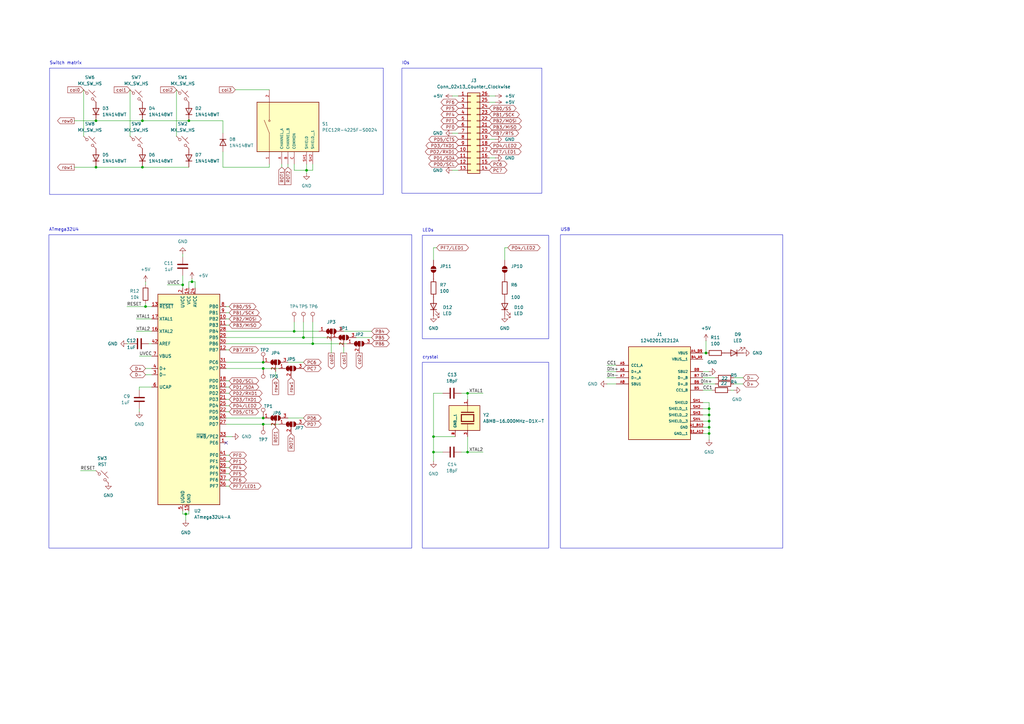
<source format=kicad_sch>
(kicad_sch (version 20250114) (generator "eeschema") (generator_version "9.0")
  (paper "A3")
  (lib_symbols
    (symbol "12402012E212A:12402012E212A" (pin_names (offset 1.016))
      (property "Reference" "J" (at -12.7 13.462 0))
      (property "Value" "12402012E212A" (at -12.7 -26.162 0))
      (symbol "12402012E212A_0_0"
        (pin bidirectional line (at -17.78 5.08 0) (length 5.08) (name "CC1_A") (number "A5"))
        (pin bidirectional line (at -17.78 2.54 0) (length 5.08) (name "D+_A") (number "A6"))
        (pin bidirectional line (at -17.78 0 0) (length 5.08) (name "D-_A") (number "A7"))
        (pin bidirectional line (at -17.78 -2.54 0) (length 5.08) (name "SBU1") (number "A8"))
        (pin power_in line (at 17.78 10.16 180) (length 5.08) (name "VBUS") (number "A4_B9"))
        (pin power_in line (at 17.78 7.62 180) (length 5.08) (name "VBUS__1") (number "B4_A9"))
        (pin bidirectional line (at 17.78 2.54 180) (length 5.08) (name "SBU2") (number "B8"))
        (pin bidirectional line (at 17.78 0 180) (length 5.08) (name "D-_B") (number "B7"))
        (pin bidirectional line (at 17.78 -2.54 180) (length 5.08) (name "D+_B") (number "B6"))
        (pin bidirectional line (at 17.78 -5.08 180) (length 5.08) (name "CC1_B") (number "B5"))
        (pin passive line (at 17.78 -10.16 180) (length 5.08) (name "SHIELD") (number "SH1"))
        (pin passive line (at 17.78 -12.7 180) (length 5.08) (name "SHIELD__1") (number "SH2"))
        (pin passive line (at 17.78 -15.24 180) (length 5.08) (name "SHIELD__2") (number "SH3"))
        (pin passive line (at 17.78 -17.78 180) (length 5.08) (name "SHIELD__3") (number "SH4"))
        (pin power_in line (at 17.78 -20.32 180) (length 5.08) (name "GND") (number "A1_B12"))
        (pin power_in line (at 17.78 -22.86 180) (length 5.08) (name "GND__1") (number "B1_A12"))
      )
    )
    (symbol "ABM8-16.000MHz-D1X-T:ABM8-16.000MHz-D1X-T" (pin_names (offset 1.016))
      (property "Reference" "Y" (at -5.0878 6.3559 0))
      (property "Value" "ABM8-16.000MHz-D1X-T" (at -5.0944 -10.16 0))
      (symbol "ABM8-16.000MHz-D1X-T_0_0"
        (pin passive line (at -7.62 0 0) (length 2.54) (name "~") (number "1"))
        (pin passive line (at 7.62 0 180) (length 2.54) (name "~") (number "3"))
        (pin power_in line (at 7.62 -5.08 180) (length 2.54) (name "GND") (number "2"))
        (pin power_in line (at 7.62 -5.08 180) (length 2.54) (name "GND__1") (number "4"))
      )
    )
    (symbol "Connector:TestPoint" (pin_numbers (hide yes)) (pin_names (offset 0.762) (hide yes))
      (property "Reference" "TP" (at 0 6.858 0))
      (property "Value" "TestPoint" (at 0 5.08 0))
      (symbol "TestPoint_1_1"
        (pin passive line (at 0 0 90) (length 2.54) (name "1") (number "1"))
      )
    )
    (symbol "Connector_Generic:Conn_02x13_Counter_Clockwise" (pin_names (offset 1.016) (hide yes))
      (property "Reference" "J" (at 1.27 17.78 0))
      (property "Value" "Conn_02x13_Counter_Clockwise" (at 1.27 -17.78 0))
      (symbol "Conn_02x13_Counter_Clockwise_1_1"
        (pin passive line (at -5.08 15.24 0) (length 3.81) (name "Pin_1") (number "1"))
        (pin passive line (at -5.08 12.7 0) (length 3.81) (name "Pin_2") (number "2"))
        (pin passive line (at -5.08 10.16 0) (length 3.81) (name "Pin_3") (number "3"))
        (pin passive line (at -5.08 7.62 0) (length 3.81) (name "Pin_4") (number "4"))
        (pin passive line (at -5.08 5.08 0) (length 3.81) (name "Pin_5") (number "5"))
        (pin passive line (at -5.08 2.54 0) (length 3.81) (name "Pin_6") (number "6"))
        (pin passive line (at -5.08 0 0) (length 3.81) (name "Pin_7") (number "7"))
        (pin passive line (at -5.08 -2.54 0) (length 3.81) (name "Pin_8") (number "8"))
        (pin passive line (at -5.08 -5.08 0) (length 3.81) (name "Pin_9") (number "9"))
        (pin passive line (at -5.08 -7.62 0) (length 3.81) (name "Pin_10") (number "10"))
        (pin passive line (at -5.08 -10.16 0) (length 3.81) (name "Pin_11") (number "11"))
        (pin passive line (at -5.08 -12.7 0) (length 3.81) (name "Pin_12") (number "12"))
        (pin passive line (at -5.08 -15.24 0) (length 3.81) (name "Pin_13") (number "13"))
        (pin passive line (at 7.62 15.24 180) (length 3.81) (name "Pin_26") (number "26"))
        (pin passive line (at 7.62 12.7 180) (length 3.81) (name "Pin_25") (number "25"))
        (pin passive line (at 7.62 10.16 180) (length 3.81) (name "Pin_24") (number "24"))
        (pin passive line (at 7.62 7.62 180) (length 3.81) (name "Pin_23") (number "23"))
        (pin passive line (at 7.62 5.08 180) (length 3.81) (name "Pin_22") (number "22"))
        (pin passive line (at 7.62 2.54 180) (length 3.81) (name "Pin_21") (number "21"))
        (pin passive line (at 7.62 0 180) (length 3.81) (name "Pin_20") (number "20"))
        (pin passive line (at 7.62 -2.54 180) (length 3.81) (name "Pin_19") (number "19"))
        (pin passive line (at 7.62 -5.08 180) (length 3.81) (name "Pin_18") (number "18"))
        (pin passive line (at 7.62 -7.62 180) (length 3.81) (name "Pin_17") (number "17"))
        (pin passive line (at 7.62 -10.16 180) (length 3.81) (name "Pin_16") (number "16"))
        (pin passive line (at 7.62 -12.7 180) (length 3.81) (name "Pin_15") (number "15"))
        (pin passive line (at 7.62 -15.24 180) (length 3.81) (name "Pin_14") (number "14"))
      )
    )
    (symbol "Device:C" (pin_numbers (hide yes)) (pin_names (offset 0.254))
      (property "Reference" "C" (at 0.635 2.54 0))
      (property "Value" "C" (at 0.635 -2.54 0))
      (symbol "C_1_1"
        (pin passive line (at 0 3.81 270) (length 2.794) (name "~") (number "1"))
        (pin passive line (at 0 -3.81 90) (length 2.794) (name "~") (number "2"))
      )
    )
    (symbol "Device:LED" (pin_numbers (hide yes)) (pin_names (offset 1.016) (hide yes))
      (property "Reference" "D" (at 0 2.54 0))
      (property "Value" "LED" (at 0 -2.54 0))
      (symbol "LED_1_1"
        (pin passive line (at -3.81 0 0) (length 2.54) (name "K") (number "1"))
        (pin passive line (at 3.81 0 180) (length 2.54) (name "A") (number "2"))
      )
    )
    (symbol "Device:R" (pin_numbers (hide yes)) (pin_names (offset 0))
      (property "Reference" "R" (at 2.032 0 90))
      (property "Value" "R" (at 0 0 90))
      (symbol "R_1_1"
        (pin passive line (at 0 3.81 270) (length 1.27) (name "~") (number "1"))
        (pin passive line (at 0 -3.81 90) (length 1.27) (name "~") (number "2"))
      )
    )
    (symbol "Diode:1N4148WT" (pin_numbers (hide yes)) (pin_names (hide yes))
      (property "Reference" "D" (at 0 2.54 0))
      (property "Value" "1N4148WT" (at 0 -2.54 0))
      (symbol "1N4148WT_1_1"
        (pin passive line (at -3.81 0 0) (length 2.54) (name "K") (number "1"))
        (pin passive line (at 3.81 0 180) (length 2.54) (name "A") (number "2"))
      )
    )
    (symbol "Jumper:SolderJumper_2_Open" (pin_numbers (hide yes)) (pin_names (offset 0) (hide yes)) (in_bom no)
      (property "Reference" "JP" (at 0 2.032 0))
      (property "Value" "SolderJumper_2_Open" (at 0 -2.54 0))
      (symbol "SolderJumper_2_Open_1_1"
        (pin passive line (at -3.81 0 0) (length 2.54) (name "A") (number "1"))
        (pin passive line (at 3.81 0 180) (length 2.54) (name "B") (number "2"))
      )
    )
    (symbol "Jumper:SolderJumper_3_Bridged12" (pin_names (offset 0) (hide yes)) (in_bom no)
      (property "Reference" "JP" (at -2.54 -2.54 0))
      (property "Value" "SolderJumper_3_Bridged12" (at 0 2.794 0))
      (symbol "SolderJumper_3_Bridged12_1_1"
        (pin passive line (at -5.08 0 0) (length 2.54) (name "A") (number "1"))
        (pin passive line (at 0 -3.81 90) (length 2.54) (name "C") (number "2"))
        (pin passive line (at 5.08 0 180) (length 2.54) (name "B") (number "3"))
      )
    )
    (symbol "MCU_Microchip_ATmega:ATmega32U4-A"
      (property "Reference" "U" (at -12.7 44.45 0))
      (property "Value" "ATmega32U4-A" (at 2.54 -44.45 0))
      (symbol "ATmega32U4-A_1_1"
        (pin input line (at -15.24 38.1 0) (length 2.54) (name "~{RESET}") (number "13"))
        (pin input line (at -15.24 33.02 0) (length 2.54) (name "XTAL1") (number "17"))
        (pin output line (at -15.24 27.94 0) (length 2.54) (name "XTAL2") (number "16"))
        (pin passive line (at -15.24 22.86 0) (length 2.54) (name "AREF") (number "42"))
        (pin input line (at -15.24 17.78 0) (length 2.54) (name "VBUS") (number "7"))
        (pin bidirectional line (at -15.24 12.7 0) (length 2.54) (name "D+") (number "4"))
        (pin bidirectional line (at -15.24 10.16 0) (length 2.54) (name "D-") (number "3"))
        (pin passive line (at -15.24 5.08 0) (length 2.54) (name "UCAP") (number "6"))
        (pin power_in line (at -2.54 45.72 270) (length 2.54) (name "UVCC") (number "2"))
        (pin passive line (at -2.54 -45.72 90) (length 2.54) (name "UGND") (number "5"))
        (pin power_in line (at 0 45.72 270) (length 2.54) (name "VCC") (number "14"))
        (pin passive line (at 0 45.72 270) (length 2.54) (hide yes) (name "VCC") (number "34"))
        (pin power_in line (at 0 -45.72 90) (length 2.54) (name "GND") (number "15"))
        (pin passive line (at 0 -45.72 90) (length 2.54) (hide yes) (name "GND") (number "23"))
        (pin passive line (at 0 -45.72 90) (length 2.54) (hide yes) (name "GND") (number "35"))
        (pin passive line (at 0 -45.72 90) (length 2.54) (hide yes) (name "GND") (number "43"))
        (pin power_in line (at 2.54 45.72 270) (length 2.54) (name "AVCC") (number "24"))
        (pin passive line (at 2.54 45.72 270) (length 2.54) (hide yes) (name "AVCC") (number "44"))
        (pin bidirectional line (at 15.24 38.1 180) (length 2.54) (name "PB0") (number "8"))
        (pin bidirectional line (at 15.24 35.56 180) (length 2.54) (name "PB1") (number "9"))
        (pin bidirectional line (at 15.24 33.02 180) (length 2.54) (name "PB2") (number "10"))
        (pin bidirectional line (at 15.24 30.48 180) (length 2.54) (name "PB3") (number "11"))
        (pin bidirectional line (at 15.24 27.94 180) (length 2.54) (name "PB4") (number "28"))
        (pin bidirectional line (at 15.24 25.4 180) (length 2.54) (name "PB5") (number "29"))
        (pin bidirectional line (at 15.24 22.86 180) (length 2.54) (name "PB6") (number "30"))
        (pin bidirectional line (at 15.24 20.32 180) (length 2.54) (name "PB7") (number "12"))
        (pin bidirectional line (at 15.24 15.24 180) (length 2.54) (name "PC6") (number "31"))
        (pin bidirectional line (at 15.24 12.7 180) (length 2.54) (name "PC7") (number "32"))
        (pin bidirectional line (at 15.24 7.62 180) (length 2.54) (name "PD0") (number "18"))
        (pin bidirectional line (at 15.24 5.08 180) (length 2.54) (name "PD1") (number "19"))
        (pin bidirectional line (at 15.24 2.54 180) (length 2.54) (name "PD2") (number "20"))
        (pin bidirectional line (at 15.24 0 180) (length 2.54) (name "PD3") (number "21"))
        (pin bidirectional line (at 15.24 -2.54 180) (length 2.54) (name "PD4") (number "25"))
        (pin bidirectional line (at 15.24 -5.08 180) (length 2.54) (name "PD5") (number "22"))
        (pin bidirectional line (at 15.24 -7.62 180) (length 2.54) (name "PD6") (number "26"))
        (pin bidirectional line (at 15.24 -10.16 180) (length 2.54) (name "PD7") (number "27"))
        (pin bidirectional line (at 15.24 -15.24 180) (length 2.54) (name "~{HWB}/PE2") (number "33"))
        (pin bidirectional line (at 15.24 -17.78 180) (length 2.54) (name "PE6") (number "1"))
        (pin bidirectional line (at 15.24 -22.86 180) (length 2.54) (name "PF0") (number "41"))
        (pin bidirectional line (at 15.24 -25.4 180) (length 2.54) (name "PF1") (number "40"))
        (pin bidirectional line (at 15.24 -27.94 180) (length 2.54) (name "PF4") (number "39"))
        (pin bidirectional line (at 15.24 -30.48 180) (length 2.54) (name "PF5") (number "38"))
        (pin bidirectional line (at 15.24 -33.02 180) (length 2.54) (name "PF6") (number "37"))
        (pin bidirectional line (at 15.24 -35.56 180) (length 2.54) (name "PF7") (number "36"))
      )
    )
    (symbol "PCM_marbastlib-mx:MX_SW_HS" (pin_numbers (hide yes)) (pin_names (offset 1.016) (hide yes))
      (property "Reference" "MX" (at 3.048 1.016 0))
      (property "Value" "MX_SW_HS" (at 0 -3.81 0))
      (symbol "MX_SW_HS_0_1"
        (pin passive line (at -2.54 2.54 0) (length 0) (name "1") (number "1"))
        (pin passive line (at 2.54 -2.54 180) (length 0) (name "2") (number "2"))
      )
    )
    (symbol "PEC12R-4225F-S0024:PEC12R-4225F-S0024" (pin_names (offset 1.016))
      (property "Reference" "S" (at -10.16 10.795 0))
      (property "Value" "PEC12R-4225F-S0024" (at -10.16 -17.78 0))
      (symbol "PEC12R-4225F-S0024_0_0"
        (pin passive line (at -15.24 5.08 0) (length 5.08) (name "~") (number "1"))
        (pin passive line (at -15.24 0 0) (length 5.08) (name "CHANNEL_A") (number "A"))
        (pin passive line (at -15.24 -2.54 0) (length 5.08) (name "CHANNEL_B") (number "B"))
        (pin passive line (at -15.24 -5.08 0) (length 5.08) (name "COMMON") (number "C"))
        (pin passive line (at -15.24 -10.16 0) (length 5.08) (name "SHIELD") (number "SH1"))
        (pin passive line (at -15.24 -12.7 0) (length 5.08) (name "SHIELD__1") (number "SH2"))
        (pin passive line (at 15.24 5.08 180) (length 5.08) (name "~") (number "2"))
      )
    )
    (symbol "Switch:SW_Push_45deg" (pin_numbers (hide yes)) (pin_names (offset 1.016) (hide yes))
      (property "Reference" "SW" (at 3.048 1.016 0))
      (property "Value" "SW_Push_45deg" (at 0 -3.81 0))
      (symbol "SW_Push_45deg_0_1"
        (pin passive line (at -2.54 2.54 0) (length 0) (name "1") (number "1"))
        (pin passive line (at 2.54 -2.54 180) (length 0) (name "2") (number "2"))
      )
    )
    (symbol "power:+5V" (power) (pin_numbers (hide yes)) (pin_names (offset 0) (hide yes))
      (property "Value" "+5V" (at 0 3.556 0))
      (symbol "+5V_1_1"
        (pin power_in line (at 0 0 90) (length 0) (name "~") (number "1"))
      )
    )
    (symbol "power:GND" (power) (pin_numbers (hide yes)) (pin_names (offset 0) (hide yes))
      (property "Value" "GND" (at 0 -3.81 0))
      (symbol "GND_1_1"
        (pin power_in line (at 0 0 270) (length 0) (name "~") (number "1"))
      )
    )
  )
  (rectangle (start 164.846 27.94) (end 222.25 79.248))
  (rectangle (start 173.228 96.52) (end 225.044 138.938))
  (rectangle (start 20.32 27.94) (end 157.226 79.756))
  (rectangle (start 20.066 96.266) (end 168.91 224.79))
  (rectangle (start 229.87 96.266) (end 321.056 224.79))
  (rectangle (start 173.228 148.59) (end 225.044 224.79))
  (text "LEDs\n" (at 173.228 95.25 0) (effects (font (size 1.27 1.27)) (justify left bottom)))
  (text "USB\n" (at 229.87 94.996 0) (effects (font (size 1.27 1.27)) (justify left bottom)))
  (text "ATmega32U4\n" (at 20.066 94.996 0) (effects (font (size 1.27 1.27)) (justify left bottom)))
  (text "Switch matrix" (at 20.32 26.67 0) (effects (font (size 1.27 1.27)) (justify left bottom)))
  (text "IOs\n" (at 164.846 26.67 0) (effects (font (size 1.27 1.27)) (justify left bottom)))
  (text "crystal" (at 173.228 147.32 0) (effects (font (size 1.27 1.27)) (justify left bottom)))
  (junction (at 290.83 177.8))
  (junction (at 76.2 210.82))
  (junction (at 59.69 125.73))
  (junction (at 58.42 49.53))
  (junction (at 125.73 69.85))
  (junction (at 77.47 49.53))
  (junction (at 78.74 115.57))
  (junction (at 191.77 161.29))
  (junction (at 58.42 68.58))
  (junction (at 191.77 185.42))
  (junction (at 120.65 135.89))
  (junction (at 290.83 172.72))
  (junction (at 289.56 144.78))
  (junction (at 290.83 167.64))
  (junction (at 107.95 151.13))
  (junction (at 177.8 185.42))
  (junction (at 124.46 138.43))
  (junction (at 107.95 173.99))
  (junction (at 107.95 148.59))
  (junction (at 290.83 175.26))
  (junction (at 128.27 140.97))
  (junction (at 290.83 170.18))
  (junction (at 74.93 116.84))
  (junction (at 177.8 179.07))
  (junction (at 107.95 171.45))
  (junction (at 39.37 49.53))
  (junction (at 39.37 68.58))
  (no_connect (at 92.71 181.61))
  (wire (pts (xy 120.65 69.85) (xy 125.73 69.85)))
  (wire (pts (xy 120.65 135.89) (xy 130.81 135.89)))
  (wire (pts (xy 288.29 154.94) (xy 293.37 154.94)))
  (wire (pts (xy 93.98 158.75) (xy 92.71 158.75)))
  (wire (pts (xy 59.69 153.67) (xy 62.23 153.67)))
  (wire (pts (xy 55.88 130.81) (xy 62.23 130.81)))
  (wire (pts (xy 288.29 157.48) (xy 293.37 157.48)))
  (wire (pts (xy 34.29 36.83) (xy 34.29 55.88)))
  (wire (pts (xy 181.61 185.42) (xy 177.8 185.42)))
  (wire (pts (xy 92.71 133.35) (xy 93.98 133.35)))
  (wire (pts (xy 92.71 151.13) (xy 107.95 151.13)))
  (wire (pts (xy 92.71 130.81) (xy 93.98 130.81)))
  (wire (pts (xy 80.01 118.11) (xy 80.01 115.57)))
  (wire (pts (xy 118.11 171.45) (xy 124.46 171.45)))
  (wire (pts (xy 92.71 138.43) (xy 124.46 138.43)))
  (wire (pts (xy 290.83 177.8) (xy 290.83 180.34)))
  (wire (pts (xy 292.1 160.02) (xy 288.29 160.02)))
  (wire (pts (xy 92.71 191.77) (xy 93.98 191.77)))
  (wire (pts (xy 114.3 151.13) (xy 107.95 151.13)))
  (wire (pts (xy 92.71 148.59) (xy 107.95 148.59)))
  (wire (pts (xy 288.29 172.72) (xy 290.83 172.72)))
  (wire (pts (xy 30.48 49.53) (xy 39.37 49.53)))
  (wire (pts (xy 92.71 168.91) (xy 93.98 168.91)))
  (wire (pts (xy 288.29 165.1) (xy 290.83 165.1)))
  (wire (pts (xy 77.47 209.55) (xy 77.47 210.82)))
  (wire (pts (xy 74.93 209.55) (xy 74.93 210.82)))
  (wire (pts (xy 128.27 67.31) (xy 128.27 69.85)))
  (wire (pts (xy 92.71 128.27) (xy 93.98 128.27)))
  (wire (pts (xy 57.15 160.02) (xy 57.15 158.75)))
  (wire (pts (xy 57.15 167.64) (xy 57.15 168.91)))
  (wire (pts (xy 118.11 67.31) (xy 118.11 68.58)))
  (wire (pts (xy 177.8 179.07) (xy 177.8 185.42)))
  (wire (pts (xy 92.71 179.07) (xy 95.25 179.07)))
  (wire (pts (xy 177.8 161.29) (xy 181.61 161.29)))
  (wire (pts (xy 78.74 115.57) (xy 77.47 115.57)))
  (wire (pts (xy 74.93 104.14) (xy 74.93 105.41)))
  (wire (pts (xy 191.77 161.29) (xy 191.77 163.83)))
  (wire (pts (xy 289.56 139.7) (xy 289.56 144.78)))
  (wire (pts (xy 52.07 125.73) (xy 59.69 125.73)))
  (wire (pts (xy 177.8 179.07) (xy 186.69 179.07)))
  (wire (pts (xy 74.93 113.03) (xy 74.93 116.84)))
  (wire (pts (xy 92.71 166.37) (xy 93.98 166.37)))
  (wire (pts (xy 59.69 115.57) (xy 59.69 116.84)))
  (wire (pts (xy 77.47 115.57) (xy 77.47 118.11)))
  (wire (pts (xy 74.93 210.82) (xy 76.2 210.82)))
  (wire (pts (xy 107.95 173.99) (xy 114.3 173.99)))
  (wire (pts (xy 189.23 161.29) (xy 191.77 161.29)))
  (wire (pts (xy 92.71 125.73) (xy 93.98 125.73)))
  (wire (pts (xy 80.01 115.57) (xy 78.74 115.57)))
  (wire (pts (xy 30.48 68.58) (xy 39.37 68.58)))
  (wire (pts (xy 59.69 125.73) (xy 62.23 125.73)))
  (wire (pts (xy 92.71 199.39) (xy 93.98 199.39)))
  (wire (pts (xy 146.05 138.43) (xy 152.4 138.43)))
  (wire (pts (xy 57.15 146.05) (xy 62.23 146.05)))
  (wire (pts (xy 113.03 152.4) (xy 113.03 154.94)))
  (wire (pts (xy 92.71 161.29) (xy 93.98 161.29)))
  (wire (pts (xy 207.01 101.6) (xy 208.28 101.6)))
  (wire (pts (xy 92.71 140.97) (xy 128.27 140.97)))
  (wire (pts (xy 92.71 196.85) (xy 93.98 196.85)))
  (wire (pts (xy 177.8 185.42) (xy 177.8 189.23)))
  (wire (pts (xy 92.71 135.89) (xy 120.65 135.89)))
  (wire (pts (xy 198.12 161.29) (xy 191.77 161.29)))
  (wire (pts (xy 290.83 172.72) (xy 290.83 175.26)))
  (wire (pts (xy 125.73 67.31) (xy 125.73 69.85)))
  (wire (pts (xy 92.71 194.31) (xy 93.98 194.31)))
  (wire (pts (xy 191.77 179.07) (xy 191.77 185.42)))
  (wire (pts (xy 200.66 64.77) (xy 203.2 64.77)))
  (wire (pts (xy 290.83 167.64) (xy 290.83 170.18)))
  (wire (pts (xy 125.73 71.12) (xy 125.73 69.85)))
  (wire (pts (xy 288.29 175.26) (xy 290.83 175.26)))
  (wire (pts (xy 92.71 189.23) (xy 93.98 189.23)))
  (wire (pts (xy 96.52 36.83) (xy 110.49 36.83)))
  (wire (pts (xy 58.42 68.58) (xy 77.47 68.58)))
  (wire (pts (xy 300.99 160.02) (xy 299.72 160.02)))
  (wire (pts (xy 92.71 156.21) (xy 93.98 156.21)))
  (wire (pts (xy 55.88 135.89) (xy 62.23 135.89)))
  (wire (pts (xy 59.69 151.13) (xy 62.23 151.13)))
  (wire (pts (xy 185.42 54.61) (xy 187.96 54.61)))
  (wire (pts (xy 76.2 210.82) (xy 76.2 213.36)))
  (wire (pts (xy 290.83 175.26) (xy 290.83 177.8)))
  (wire (pts (xy 92.71 171.45) (xy 107.95 171.45)))
  (wire (pts (xy 191.77 185.42) (xy 189.23 185.42)))
  (wire (pts (xy 39.37 49.53) (xy 58.42 49.53)))
  (wire (pts (xy 33.02 193.04) (xy 39.37 193.04)))
  (wire (pts (xy 290.83 170.18) (xy 290.83 172.72)))
  (wire (pts (xy 248.92 149.86) (xy 252.73 149.86)))
  (wire (pts (xy 128.27 69.85) (xy 125.73 69.85)))
  (wire (pts (xy 203.2 39.37) (xy 200.66 39.37)))
  (wire (pts (xy 74.93 116.84) (xy 74.93 118.11)))
  (wire (pts (xy 288.29 152.4) (xy 290.83 152.4)))
  (wire (pts (xy 200.66 57.15) (xy 203.2 57.15)))
  (wire (pts (xy 115.57 68.58) (xy 115.57 67.31)))
  (wire (pts (xy 304.8 154.94) (xy 300.99 154.94)))
  (wire (pts (xy 288.29 177.8) (xy 290.83 177.8)))
  (wire (pts (xy 120.65 132.08) (xy 120.65 135.89)))
  (wire (pts (xy 207.01 101.6) (xy 207.01 106.68)))
  (wire (pts (xy 177.8 101.6) (xy 179.07 101.6)))
  (wire (pts (xy 92.71 173.99) (xy 107.95 173.99)))
  (wire (pts (xy 120.65 67.31) (xy 120.65 69.85)))
  (wire (pts (xy 92.71 163.83) (xy 93.98 163.83)))
  (wire (pts (xy 135.89 139.7) (xy 135.89 144.78)))
  (wire (pts (xy 191.77 185.42) (xy 198.12 185.42)))
  (wire (pts (xy 177.8 161.29) (xy 177.8 179.07)))
  (wire (pts (xy 57.15 158.75) (xy 62.23 158.75)))
  (wire (pts (xy 124.46 138.43) (xy 135.89 138.43)))
  (wire (pts (xy 248.92 157.48) (xy 252.73 157.48)))
  (wire (pts (xy 185.42 39.37) (xy 187.96 39.37)))
  (wire (pts (xy 72.39 36.83) (xy 72.39 55.88)))
  (wire (pts (xy 124.46 148.59) (xy 118.11 148.59)))
  (wire (pts (xy 304.8 157.48) (xy 300.99 157.48)))
  (wire (pts (xy 203.2 41.91) (xy 200.66 41.91)))
  (wire (pts (xy 78.74 114.3) (xy 78.74 115.57)))
  (wire (pts (xy 53.34 36.83) (xy 53.34 55.88)))
  (wire (pts (xy 92.71 186.69) (xy 93.98 186.69)))
  (wire (pts (xy 91.44 62.23) (xy 91.44 68.58)))
  (wire (pts (xy 140.97 135.89) (xy 152.4 135.89)))
  (wire (pts (xy 59.69 124.46) (xy 59.69 125.73)))
  (wire (pts (xy 91.44 49.53) (xy 91.44 54.61)))
  (wire (pts (xy 128.27 140.97) (xy 142.24 140.97)))
  (wire (pts (xy 91.44 49.53) (xy 77.47 49.53)))
  (wire (pts (xy 177.8 101.6) (xy 177.8 106.68)))
  (wire (pts (xy 92.71 143.51) (xy 93.98 143.51)))
  (wire (pts (xy 68.58 116.84) (xy 74.93 116.84)))
  (wire (pts (xy 248.92 152.4) (xy 252.73 152.4)))
  (wire (pts (xy 248.92 154.94) (xy 252.73 154.94)))
  (wire (pts (xy 110.49 68.58) (xy 110.49 67.31)))
  (wire (pts (xy 60.96 140.97) (xy 62.23 140.97)))
  (wire (pts (xy 185.42 69.85) (xy 187.96 69.85)))
  (wire (pts (xy 140.97 142.24) (xy 140.97 144.78)))
  (wire (pts (xy 91.44 68.58) (xy 110.49 68.58)))
  (wire (pts (xy 289.56 144.78) (xy 288.29 144.78)))
  (wire (pts (xy 39.37 68.58) (xy 58.42 68.58)))
  (wire (pts (xy 288.29 167.64) (xy 290.83 167.64)))
  (wire (pts (xy 288.29 170.18) (xy 290.83 170.18)))
  (wire (pts (xy 52.07 140.97) (xy 53.34 140.97)))
  (wire (pts (xy 290.83 165.1) (xy 290.83 167.64)))
  (wire (pts (xy 128.27 132.08) (xy 128.27 140.97)))
  (wire (pts (xy 77.47 210.82) (xy 76.2 210.82)))
  (wire (pts (xy 58.42 49.53) (xy 77.47 49.53)))
  (wire (pts (xy 124.46 132.08) (xy 124.46 138.43)))
  (label "UVCC" (at 68.58 116.84 0))
  (label "XTAL2" (at 55.88 135.89 0))
  (label "Din-" (at 248.92 154.94 0))
  (label "RESET" (at 52.07 125.73 0))
  (label "CC1" (at 248.92 149.86 0))
  (label "RESET" (at 33.02 193.04 0))
  (label "UVCC" (at 57.15 146.05 0))
  (label "Din+" (at 292.1 157.48 180))
  (label "CC1" (at 288.29 160.02 0))
  (label "XTAL1" (at 198.12 161.29 180))
  (label "XTAL1" (at 55.88 130.81 0))
  (label "Din+" (at 248.92 152.4 0))
  (label "XTAL2" (at 198.12 185.42 180))
  (label "Din-" (at 292.1 154.94 180))
  (global_label "PC6" (shape bidirectional) (at 124.46 148.59 0) (property "Intersheetrefs" "${INTERSHEET_REFS}" (effects (hide yes))))
  (global_label "ROT1" (shape input) (at 113.03 175.26 270) (property "Intersheetrefs" "${INTERSHEET_REFS}" (effects (hide yes))))
  (global_label "PB6" (shape bidirectional) (at 152.4 140.97 0) (property "Intersheetrefs" "${INTERSHEET_REFS}" (effects (hide yes))))
  (global_label "col2" (shape output) (at 147.32 144.78 270) (property "Intersheetrefs" "${INTERSHEET_REFS}" (effects (hide yes))))
  (global_label "PD1{slash}SDA" (shape bidirectional) (at 93.98 158.75 0) (property "Intersheetrefs" "${INTERSHEET_REFS}" (effects (hide yes))))
  (global_label "PF7{slash}LED1" (shape bidirectional) (at 179.07 101.6 0) (property "Intersheetrefs" "${INTERSHEET_REFS}" (effects (hide yes))))
  (global_label "col0" (shape output) (at 135.89 144.78 270) (property "Intersheetrefs" "${INTERSHEET_REFS}" (effects (hide yes))))
  (global_label "PF6" (shape bidirectional) (at 93.98 196.85 0) (property "Intersheetrefs" "${INTERSHEET_REFS}" (effects (hide yes))))
  (global_label "col2" (shape input) (at 72.39 36.83 180) (property "Intersheetrefs" "${INTERSHEET_REFS}" (effects (hide yes))))
  (global_label "col1" (shape input) (at 53.34 36.83 180) (property "Intersheetrefs" "${INTERSHEET_REFS}" (effects (hide yes))))
  (global_label "PD4{slash}LED2" (shape bidirectional) (at 208.28 101.6 0) (property "Intersheetrefs" "${INTERSHEET_REFS}" (effects (hide yes))))
  (global_label "PF1" (shape bidirectional) (at 187.96 49.53 180) (property "Intersheetrefs" "${INTERSHEET_REFS}" (effects (hide yes))))
  (global_label "PB7{slash}RTS" (shape bidirectional) (at 93.98 143.51 0) (property "Intersheetrefs" "${INTERSHEET_REFS}" (effects (hide yes))))
  (global_label "PB5" (shape bidirectional) (at 152.4 138.43 0) (property "Intersheetrefs" "${INTERSHEET_REFS}" (effects (hide yes))))
  (global_label "PB2{slash}MOSI" (shape bidirectional) (at 93.98 130.81 0) (property "Intersheetrefs" "${INTERSHEET_REFS}" (effects (hide yes))))
  (global_label "PC6" (shape bidirectional) (at 200.66 67.31 0) (property "Intersheetrefs" "${INTERSHEET_REFS}" (effects (hide yes))))
  (global_label "PD2{slash}RXD1" (shape bidirectional) (at 93.98 161.29 0) (property "Intersheetrefs" "${INTERSHEET_REFS}" (effects (hide yes))))
  (global_label "PF6" (shape bidirectional) (at 187.96 41.91 180) (property "Intersheetrefs" "${INTERSHEET_REFS}" (effects (hide yes))))
  (global_label "PF7{slash}LED1" (shape bidirectional) (at 200.66 62.23 0) (property "Intersheetrefs" "${INTERSHEET_REFS}" (effects (hide yes))))
  (global_label "D+" (shape bidirectional) (at 304.8 157.48 0) (property "Intersheetrefs" "${INTERSHEET_REFS}" (effects (hide yes))))
  (global_label "row0" (shape output) (at 30.48 49.53 180) (property "Intersheetrefs" "${INTERSHEET_REFS}" (effects (hide yes))))
  (global_label "row0" (shape input) (at 113.03 154.94 270) (property "Intersheetrefs" "${INTERSHEET_REFS}" (effects (hide yes))))
  (global_label "col0" (shape input) (at 34.29 36.83 180) (property "Intersheetrefs" "${INTERSHEET_REFS}" (effects (hide yes))))
  (global_label "D-" (shape bidirectional) (at 59.69 153.67 180) (property "Intersheetrefs" "${INTERSHEET_REFS}" (effects (hide yes))))
  (global_label "PF5" (shape bidirectional) (at 187.96 44.45 180) (property "Intersheetrefs" "${INTERSHEET_REFS}" (effects (hide yes))))
  (global_label "PC7" (shape bidirectional) (at 200.66 69.85 0) (property "Intersheetrefs" "${INTERSHEET_REFS}" (effects (hide yes))))
  (global_label "PB1{slash}SCK" (shape bidirectional) (at 200.66 46.99 0) (property "Intersheetrefs" "${INTERSHEET_REFS}" (effects (hide yes))))
  (global_label "D-" (shape bidirectional) (at 304.8 154.94 0) (property "Intersheetrefs" "${INTERSHEET_REFS}" (effects (hide yes))))
  (global_label "col1" (shape output) (at 140.97 144.78 270) (property "Intersheetrefs" "${INTERSHEET_REFS}" (effects (hide yes))))
  (global_label "col3" (shape input) (at 96.52 36.83 180) (property "Intersheetrefs" "${INTERSHEET_REFS}" (effects (hide yes))))
  (global_label "PF7{slash}LED1" (shape bidirectional) (at 93.98 199.39 0) (property "Intersheetrefs" "${INTERSHEET_REFS}" (effects (hide yes))))
  (global_label "PB3{slash}MISO" (shape bidirectional) (at 200.66 52.07 0) (property "Intersheetrefs" "${INTERSHEET_REFS}" (effects (hide yes))))
  (global_label "PD0{slash}SCL" (shape bidirectional) (at 93.98 156.21 0) (property "Intersheetrefs" "${INTERSHEET_REFS}" (effects (hide yes))))
  (global_label "PD4{slash}LED2" (shape bidirectional) (at 93.98 166.37 0) (property "Intersheetrefs" "${INTERSHEET_REFS}" (effects (hide yes))))
  (global_label "PB0{slash}SS" (shape bidirectional) (at 200.66 44.45 0) (property "Intersheetrefs" "${INTERSHEET_REFS}" (effects (hide yes))))
  (global_label "PD6" (shape bidirectional) (at 124.46 171.45 0) (property "Intersheetrefs" "${INTERSHEET_REFS}" (effects (hide yes))))
  (global_label "PF4" (shape bidirectional) (at 187.96 46.99 180) (property "Intersheetrefs" "${INTERSHEET_REFS}" (effects (hide yes))))
  (global_label "ROT2" (shape input) (at 119.38 177.8 270) (property "Intersheetrefs" "${INTERSHEET_REFS}" (effects (hide yes))))
  (global_label "PF5" (shape bidirectional) (at 93.98 194.31 0) (property "Intersheetrefs" "${INTERSHEET_REFS}" (effects (hide yes))))
  (global_label "PF0" (shape bidirectional) (at 93.98 186.69 0) (property "Intersheetrefs" "${INTERSHEET_REFS}" (effects (hide yes))))
  (global_label "D+" (shape bidirectional) (at 59.69 151.13 180) (property "Intersheetrefs" "${INTERSHEET_REFS}" (effects (hide yes))))
  (global_label "PD0{slash}SCL" (shape bidirectional) (at 187.96 67.31 180) (property "Intersheetrefs" "${INTERSHEET_REFS}" (effects (hide yes))))
  (global_label "PD3{slash}TXD1" (shape bidirectional) (at 187.96 59.69 180) (property "Intersheetrefs" "${INTERSHEET_REFS}" (effects (hide yes))))
  (global_label "PD1{slash}SDA" (shape bidirectional) (at 187.96 64.77 180) (property "Intersheetrefs" "${INTERSHEET_REFS}" (effects (hide yes))))
  (global_label "ROT2" (shape input) (at 118.11 68.58 270) (property "Intersheetrefs" "${INTERSHEET_REFS}" (effects (hide yes))))
  (global_label "row1" (shape input) (at 119.38 154.94 270) (property "Intersheetrefs" "${INTERSHEET_REFS}" (effects (hide yes))))
  (global_label "PD5{slash}CTS" (shape bidirectional) (at 93.98 168.91 0) (property "Intersheetrefs" "${INTERSHEET_REFS}" (effects (hide yes))))
  (global_label "PB0{slash}SS" (shape bidirectional) (at 93.98 125.73 0) (property "Intersheetrefs" "${INTERSHEET_REFS}" (effects (hide yes))))
  (global_label "PB3{slash}MISO" (shape bidirectional) (at 93.98 133.35 0) (property "Intersheetrefs" "${INTERSHEET_REFS}" (effects (hide yes))))
  (global_label "PD5{slash}CTS" (shape bidirectional) (at 187.96 57.15 180) (property "Intersheetrefs" "${INTERSHEET_REFS}" (effects (hide yes))))
  (global_label "row1" (shape output) (at 30.48 68.58 180) (property "Intersheetrefs" "${INTERSHEET_REFS}" (effects (hide yes))))
  (global_label "PD2{slash}RXD1" (shape bidirectional) (at 187.96 62.23 180) (property "Intersheetrefs" "${INTERSHEET_REFS}" (effects (hide yes))))
  (global_label "PF1" (shape bidirectional) (at 93.98 189.23 0) (property "Intersheetrefs" "${INTERSHEET_REFS}" (effects (hide yes))))
  (global_label "PB7{slash}RTS" (shape bidirectional) (at 200.66 54.61 0) (property "Intersheetrefs" "${INTERSHEET_REFS}" (effects (hide yes))))
  (global_label "PC7" (shape bidirectional) (at 124.46 151.13 0) (property "Intersheetrefs" "${INTERSHEET_REFS}" (effects (hide yes))))
  (global_label "PD4{slash}LED2" (shape bidirectional) (at 200.66 59.69 0) (property "Intersheetrefs" "${INTERSHEET_REFS}" (effects (hide yes))))
  (global_label "PB1{slash}SCK" (shape bidirectional) (at 93.98 128.27 0) (property "Intersheetrefs" "${INTERSHEET_REFS}" (effects (hide yes))))
  (global_label "PB2{slash}MOSI" (shape bidirectional) (at 200.66 49.53 0) (property "Intersheetrefs" "${INTERSHEET_REFS}" (effects (hide yes))))
  (global_label "PF0" (shape bidirectional) (at 187.96 52.07 180) (property "Intersheetrefs" "${INTERSHEET_REFS}" (effects (hide yes))))
  (global_label "PF4" (shape bidirectional) (at 93.98 191.77 0) (property "Intersheetrefs" "${INTERSHEET_REFS}" (effects (hide yes))))
  (global_label "PB4" (shape bidirectional) (at 152.4 135.89 0) (property "Intersheetrefs" "${INTERSHEET_REFS}" (effects (hide yes))))
  (global_label "ROT1" (shape input) (at 115.57 68.58 270) (property "Intersheetrefs" "${INTERSHEET_REFS}" (effects (hide yes))))
  (global_label "PD3{slash}TXD1" (shape bidirectional) (at 93.98 163.83 0) (property "Intersheetrefs" "${INTERSHEET_REFS}" (effects (hide yes))))
  (global_label "PD7" (shape bidirectional) (at 124.46 173.99 0) (property "Intersheetrefs" "${INTERSHEET_REFS}" (effects (hide yes))))
  (symbol (lib_id "Jumper:SolderJumper_2_Open") (at 207.01 110.49 90) (unit 1) (in_bom no)
    (property "Reference" "JP10" (at 209.55 109.2199 90) (effects (justify right)))
    (property "Value" "SolderJumper_2_Open" (effects (hide yes)))
    (property "Footprint" "Jumper:SolderJumper-2_P1.3mm_Open_RoundedPad1.0x1.5mm" (effects (hide yes)))
    (property "Description" "Solder Jumper, 2-pole, open" (effects (hide yes)))
  )
  (symbol (lib_id "PEC12R-4225F-S0024:PEC12R-4225F-S0024") (at 115.57 52.07 90) (unit 1)
    (property "Reference" "S1" (at 132.08 50.7999 90) (effects (justify right)))
    (property "Value" "PEC12R-4225F-S0024" (at 132.08 53.3399 90) (effects (justify right)))
    (property "Footprint" "PEC12R_4225F_S0024:XDCR_PEC12R-4225F-S0024" (effects (hide yes)))
    (property "PARTREV" "07/21" (effects (hide yes)))
    (property "MANUFACTURER" "Bourns" (effects (hide yes)))
    (property "MAXIMUM_PACKAGE_HEIGHT" "20.5mm" (effects (hide yes)))
    (property "STANDARD" "Manufacturer recommendations" (effects (hide yes)))
  )
  (symbol (lib_id "power:+5V") (at 289.56 139.7 0) (unit 1)
    (property "Reference" "#PWR025" (effects (hide yes)))
    (property "Value" "+5V" (at 289.56 134.62 0))
    (property "Description" "Power symbol creates a global label with name \"+5V\"" (effects (hide yes)))
  )
  (symbol (lib_id "Device:R") (at 293.37 144.78 90) (unit 1)
    (property "Reference" "R11" (at 293.37 138.43 90))
    (property "Value" "100" (at 293.37 140.97 90))
    (property "Footprint" "Resistor_SMD:R_0805_2012Metric_Pad1.20x1.40mm_HandSolder" (effects (hide yes)))
    (property "Description" "Resistor" (effects (hide yes)))
  )
  (symbol (lib_id "Device:R") (at 177.8 118.11 180) (unit 1)
    (property "Reference" "R7" (at 180.34 116.8399 0) (effects (justify right)))
    (property "Value" "100" (at 180.34 119.3799 0) (effects (justify right)))
    (property "Footprint" "Resistor_SMD:R_0805_2012Metric_Pad1.20x1.40mm_HandSolder" (effects (hide yes)))
    (property "Description" "Resistor" (effects (hide yes)))
  )
  (symbol (lib_id "Device:LED") (at 207.01 125.73 90) (unit 1)
    (property "Reference" "D10" (at 210.82 126.0474 90) (effects (justify right)))
    (property "Value" "LED" (at 210.82 128.5874 90) (effects (justify right)))
    (property "Footprint" "LED_SMD:LED_0603_1608Metric_Pad1.05x0.95mm_HandSolder" (effects (hide yes)))
    (property "Description" "Light emitting diode" (effects (hide yes)))
    (property "Sim.Pins" "1=K 2=A" (effects (hide yes)))
  )
  (symbol (lib_id "Connector:TestPoint") (at 107.95 171.45 0) (unit 1)
    (property "Reference" "TP1" (at 108.204 166.624 0) (effects (justify left)))
    (property "Value" "TestPoint" (effects (hide yes)))
    (property "Footprint" "Connector_PinHeader_2.54mm:PinHeader_1x01_P2.54mm_Vertical" (effects (hide yes)))
    (property "Description" "test point" (effects (hide yes)))
  )
  (symbol (lib_id "Jumper:SolderJumper_3_Bridged12") (at 113.03 171.45 0) (unit 1) (in_bom no)
    (property "Reference" "JP6" (at 113.538 169.418 0))
    (property "Value" "SolderJumper_3_Bridged12" (effects (hide yes)))
    (property "Footprint" "Jumper:SolderJumper-3_P1.3mm_Bridged12_RoundedPad1.0x1.5mm_NumberLabels" (effects (hide yes)))
    (property "Description" "3-pole Solder Jumper, pins 1+2 closed/bridged" (effects (hide yes)))
  )
  (symbol (lib_id "Device:LED") (at 177.8 125.73 90) (unit 1)
    (property "Reference" "D12" (at 181.61 126.0474 90) (effects (justify right)))
    (property "Value" "LED" (at 181.61 128.5874 90) (effects (justify right)))
    (property "Footprint" "LED_SMD:LED_0603_1608Metric_Pad1.05x0.95mm_HandSolder" (effects (hide yes)))
    (property "Description" "Light emitting diode" (effects (hide yes)))
    (property "Sim.Pins" "1=K 2=A" (effects (hide yes)))
  )
  (symbol (lib_id "Connector:TestPoint") (at 128.27 132.08 0) (unit 1)
    (property "Reference" "TP6" (at 126.746 125.73 0) (effects (justify left)))
    (property "Value" "TestPoint" (effects (hide yes)))
    (property "Footprint" "Connector_PinHeader_2.54mm:PinHeader_1x01_P2.54mm_Vertical" (effects (hide yes)))
    (property "Description" "test point" (effects (hide yes)))
  )
  (symbol (lib_id "power:GND") (at 304.8 144.78 90) (unit 1)
    (property "Reference" "#PWR024" (effects (hide yes)))
    (property "Value" "GND" (at 308.61 144.7799 90) (effects (justify right)))
    (property "Description" "Power symbol creates a global label with name \"GND\" , ground" (effects (hide yes)))
  )
  (symbol (lib_id "Jumper:SolderJumper_3_Bridged12") (at 135.89 135.89 0) (unit 1) (in_bom no)
    (property "Reference" "JP3" (at 135.89 132.08 0))
    (property "Value" "SolderJumper_3_Bridged12" (effects (hide yes)))
    (property "Footprint" "Jumper:SolderJumper-3_P1.3mm_Bridged12_RoundedPad1.0x1.5mm_NumberLabels" (effects (hide yes)))
    (property "Description" "3-pole Solder Jumper, pins 1+2 closed/bridged" (effects (hide yes)))
  )
  (symbol (lib_id "power:GND") (at 290.83 180.34 0) (unit 1)
    (property "Reference" "#PWR04" (effects (hide yes)))
    (property "Value" "GND" (at 290.83 185.42 0))
    (property "Description" "Power symbol creates a global label with name \"GND\" , ground" (effects (hide yes)))
  )
  (symbol (lib_id "Device:R") (at 59.69 120.65 180) (unit 1)
    (property "Reference" "R12" (at 57.15 119.3799 0) (effects (justify left)))
    (property "Value" "10k" (at 57.15 121.9199 0) (effects (justify left)))
    (property "Footprint" "Resistor_SMD:R_0805_2012Metric_Pad1.20x1.40mm_HandSolder" (effects (hide yes)))
    (property "Description" "Resistor" (effects (hide yes)))
  )
  (symbol (lib_id "Connector:TestPoint") (at 107.95 173.99 180) (unit 1)
    (property "Reference" "TP7" (at 107.95 180.34 0))
    (property "Value" "TestPoint" (effects (hide yes)))
    (property "Footprint" "Connector_PinHeader_2.54mm:PinHeader_1x01_P2.54mm_Vertical" (effects (hide yes)))
    (property "Description" "test point" (effects (hide yes)))
  )
  (symbol (lib_id "Device:LED") (at 300.99 144.78 180) (unit 1)
    (property "Reference" "D9" (at 302.5775 137.16 0))
    (property "Value" "LED" (at 302.5775 139.7 0))
    (property "Footprint" "LED_SMD:LED_0603_1608Metric_Pad1.05x0.95mm_HandSolder" (effects (hide yes)))
    (property "Description" "Light emitting diode" (effects (hide yes)))
    (property "Sim.Pins" "1=K 2=A" (effects (hide yes)))
  )
  (symbol (lib_id "power:GND") (at 57.15 168.91 0) (unit 1)
    (property "Reference" "#PWR029" (effects (hide yes)))
    (property "Value" "GND" (at 57.15 173.99 0))
    (property "Description" "Power symbol creates a global label with name \"GND\" , ground" (effects (hide yes)))
  )
  (symbol (lib_id "Switch:SW_Push_45deg") (at 41.91 195.58 0) (unit 1)
    (property "Reference" "SW3" (at 41.91 187.96 0))
    (property "Value" "RST" (at 41.91 190.5 0))
    (property "Footprint" "Button_Switch_SMD:SW_Tactile_SPST_NO_Straight_CK_PTS636Sx25SMTRLFS" (effects (hide yes)))
  )
  (symbol (lib_id "Jumper:SolderJumper_3_Bridged12") (at 147.32 140.97 0) (unit 1) (in_bom no)
    (property "Reference" "JP2" (at 147.32 137.16 0))
    (property "Value" "SolderJumper_3_Bridged12" (effects (hide yes)))
    (property "Footprint" "Jumper:SolderJumper-3_P1.3mm_Bridged12_RoundedPad1.0x1.5mm_NumberLabels" (effects (hide yes)))
    (property "Description" "3-pole Solder Jumper, pins 1+2 closed/bridged" (effects (hide yes)))
  )
  (symbol (lib_id "PCM_marbastlib-mx:MX_SW_HS") (at 36.83 39.37 0) (unit 1)
    (property "Reference" "SW6" (at 36.83 31.75 0))
    (property "Value" "MX_SW_HS" (at 36.83 34.29 0))
    (property "Footprint" "keyswitches:Kailh_socket_MX" (effects (hide yes)))
  )
  (symbol (lib_id "Connector:TestPoint") (at 120.65 132.08 0) (unit 1)
    (property "Reference" "TP4" (at 120.65 125.73 0))
    (property "Value" "TestPoint" (effects (hide yes)))
    (property "Footprint" "Connector_PinHeader_2.54mm:PinHeader_1x01_P2.54mm_Vertical" (effects (hide yes)))
    (property "Description" "test point" (effects (hide yes)))
  )
  (symbol (lib_id "power:GND") (at 74.93 104.14 180) (unit 1)
    (property "Reference" "#PWR028" (effects (hide yes)))
    (property "Value" "GND" (at 74.93 99.06 0))
    (property "Description" "Power symbol creates a global label with name \"GND\" , ground" (effects (hide yes)))
  )
  (symbol (lib_id "MCU_Microchip_ATmega:ATmega32U4-A") (at 77.47 163.83 0) (unit 1)
    (property "Reference" "U2" (at 79.6133 209.55 0) (effects (justify left)))
    (property "Value" "ATmega32U4-A" (at 79.6133 212.09 0) (effects (justify left)))
    (property "Footprint" "Package_QFP:TQFP-44_10x10mm_P0.8mm" (effects (hide yes)))
    (property "Datasheet" "http://ww1.microchip.com/downloads/en/DeviceDoc/Atmel-7766-8-bit-AVR-ATmega16U4-32U4_Datasheet.pdf" (effects (hide yes)))
    (property "Description" "16MHz, 32kB Flash, 2.5kB SRAM, 1kB EEPROM, USB 2.0, TQFP-44" (effects (hide yes)))
  )
  (symbol (lib_id "Jumper:SolderJumper_3_Bridged12") (at 140.97 138.43 0) (unit 1) (in_bom no)
    (property "Reference" "JP1" (at 140.97 134.62 0))
    (property "Value" "SolderJumper_3_Bridged12" (effects (hide yes)))
    (property "Footprint" "Jumper:SolderJumper-3_P1.3mm_Bridged12_RoundedPad1.0x1.5mm_NumberLabels" (effects (hide yes)))
    (property "Description" "3-pole Solder Jumper, pins 1+2 closed/bridged" (effects (hide yes)))
  )
  (symbol (lib_id "Diode:1N4148WT") (at 39.37 64.77 90) (unit 1)
    (property "Reference" "D5" (at 41.91 63.4999 90) (effects (justify right)))
    (property "Value" "1N4148WT" (at 41.91 66.0399 90) (effects (justify right)))
    (property "Footprint" "Diode_SMD:D_SOD-323F" (effects (hide yes)))
    (property "Datasheet" "https://www.diodes.com/assets/Datasheets/ds30396.pdf" (effects (hide yes)))
  )
  (symbol (lib_id "power:GND") (at 177.8 189.23 0) (unit 1)
    (property "Reference" "#PWR035" (effects (hide yes)))
    (property "Value" "GND" (at 177.8 194.31 0))
    (property "Description" "Power symbol creates a global label with name \"GND\" , ground" (effects (hide yes)))
  )
  (symbol (lib_id "Connector:TestPoint") (at 107.95 148.59 0) (unit 1)
    (property "Reference" "TP2" (at 106.68 143.51 0) (effects (justify left)))
    (property "Value" "TestPoint" (effects (hide yes)))
    (property "Footprint" "Connector_PinHeader_2.54mm:PinHeader_1x01_P2.54mm_Vertical" (effects (hide yes)))
    (property "Description" "test point" (effects (hide yes)))
  )
  (symbol (lib_id "power:+5V") (at 185.42 39.37 90) (unit 1)
    (property "Reference" "#PWR05" (effects (hide yes)))
    (property "Value" "+5V" (at 181.61 39.3699 90) (effects (justify left)))
    (property "Description" "Power symbol creates a global label with name \"+5V\"" (effects (hide yes)))
  )
  (symbol (lib_id "power:+5V") (at 203.2 41.91 270) (unit 1)
    (property "Reference" "#PWR011" (effects (hide yes)))
    (property "Value" "+5V" (at 207.01 41.9101 90) (effects (justify left)))
    (property "Description" "Power symbol creates a global label with name \"+5V\"" (effects (hide yes)))
  )
  (symbol (lib_id "Device:C") (at 185.42 185.42 270) (unit 1)
    (property "Reference" "C14" (at 185.42 190.5 90))
    (property "Value" "18pF" (at 185.42 193.04 90))
    (property "Footprint" "Capacitor_SMD:C_0805_2012Metric_Pad1.18x1.45mm_HandSolder" (effects (hide yes)))
    (property "Description" "Unpolarized capacitor" (effects (hide yes)))
  )
  (symbol (lib_id "Device:R") (at 297.18 157.48 270) (unit 1)
    (property "Reference" "R4" (at 300.99 156.718 90))
    (property "Value" "22" (at 296.926 157.226 90))
    (property "Footprint" "Resistor_SMD:R_0805_2012Metric_Pad1.20x1.40mm_HandSolder" (effects (hide yes)))
    (property "Description" "Resistor" (effects (hide yes)))
  )
  (symbol (lib_id "PCM_marbastlib-mx:MX_SW_HS") (at 74.93 58.42 0) (unit 1)
    (property "Reference" "SW2" (at 74.93 50.8 0))
    (property "Value" "MX_SW_HS" (at 74.93 53.34 0))
    (property "Footprint" "keyswitches:Kailh_socket_MX" (effects (hide yes)))
  )
  (symbol (lib_id "Connector_Generic:Conn_02x13_Counter_Clockwise") (at 193.04 54.61 0) (unit 1)
    (property "Reference" "J3" (at 194.31 33.02 0))
    (property "Value" "Conn_02x13_Counter_Clockwise" (at 194.31 35.56 0))
    (property "Footprint" "Connector_PinHeader_2.54mm:PinHeader_2x13_P2.54mm_Vertical" (effects (hide yes)))
    (property "Description" "Generic connector, double row, 02x13, counter clockwise pin numbering scheme (similar to DIP package numbering), script generated (kicad-library-utils/schlib/autogen/connector/)" (effects (hide yes)))
  )
  (symbol (lib_id "PCM_marbastlib-mx:MX_SW_HS") (at 55.88 58.42 0) (unit 1)
    (property "Reference" "SW9" (at 55.88 50.8 0))
    (property "Value" "MX_SW_HS" (at 55.88 53.34 0))
    (property "Footprint" "keyswitches:Kailh_socket_MX" (effects (hide yes)))
  )
  (symbol (lib_id "PCM_marbastlib-mx:MX_SW_HS") (at 36.83 58.42 0) (unit 1)
    (property "Reference" "SW8" (at 36.83 50.8 0))
    (property "Value" "MX_SW_HS" (at 36.83 53.34 0))
    (property "Footprint" "keyswitches:Kailh_socket_MX" (effects (hide yes)))
  )
  (symbol (lib_id "Device:C") (at 74.93 109.22 180) (unit 1)
    (property "Reference" "C11" (at 71.12 107.9499 0) (effects (justify left)))
    (property "Value" "1uF" (at 71.12 110.4899 0) (effects (justify left)))
    (property "Footprint" "Capacitor_SMD:C_0805_2012Metric_Pad1.18x1.45mm_HandSolder" (effects (hide yes)))
    (property "Description" "Unpolarized capacitor" (effects (hide yes)))
  )
  (symbol (lib_id "power:GND") (at 290.83 152.4 90) (unit 1)
    (property "Reference" "#PWR06" (effects (hide yes)))
    (property "Value" "GND" (at 292.1 148.59 90))
    (property "Description" "Power symbol creates a global label with name \"GND\" , ground" (effects (hide yes)))
  )
  (symbol (lib_id "Diode:1N4148WT") (at 91.44 58.42 270) (unit 1)
    (property "Reference" "D8" (at 93.98 57.1499 90) (effects (justify left)))
    (property "Value" "1N4148WT" (at 93.98 59.6899 90) (effects (justify left)))
    (property "Footprint" "Diode_SMD:D_SOD-323F" (effects (hide yes)))
    (property "Datasheet" "https://www.diodes.com/assets/Datasheets/ds30396.pdf" (effects (hide yes)))
  )
  (symbol (lib_id "Diode:1N4148WT") (at 77.47 64.77 90) (unit 1)
    (property "Reference" "D7" (at 80.01 63.4999 90) (effects (justify right)))
    (property "Value" "1N4148WT" (at 80.01 66.0399 90) (effects (justify right)))
    (property "Footprint" "Diode_SMD:D_SOD-323F" (effects (hide yes)))
    (property "Datasheet" "https://www.diodes.com/assets/Datasheets/ds30396.pdf" (effects (hide yes)))
  )
  (symbol (lib_id "12402012E212A:12402012E212A") (at 270.51 154.94 0) (unit 1)
    (property "Reference" "J1" (at 270.51 137.16 0))
    (property "Value" "12402012E212A" (at 270.51 139.7 0))
    (property "Footprint" "12402012E212A:AMPHENOL_12402012E212A" (effects (hide yes)))
    (property "PARTREV" "4" (effects (hide yes)))
    (property "STANDARD" "Manufacturer Recommendations" (effects (hide yes)))
    (property "MAXIMUM_PACKAGE_HEIGHT" "3.26 mm" (effects (hide yes)))
    (property "MANUFACTURER" "Amphenol" (effects (hide yes)))
  )
  (symbol (lib_id "power:GND") (at 203.2 57.15 90) (unit 1)
    (property "Reference" "#PWR09" (effects (hide yes)))
    (property "Value" "GND" (at 207.01 57.1499 90) (effects (justify right)))
    (property "Description" "Power symbol creates a global label with name \"GND\" , ground" (effects (hide yes)))
  )
  (symbol (lib_id "power:GND") (at 52.07 140.97 270) (unit 1)
    (property "Reference" "#PWR031" (effects (hide yes)))
    (property "Value" "GND" (at 48.26 140.9699 90) (effects (justify right)))
    (property "Description" "Power symbol creates a global label with name \"GND\" , ground" (effects (hide yes)))
  )
  (symbol (lib_id "power:+5V") (at 78.74 114.3 0) (unit 1)
    (property "Reference" "#PWR027" (effects (hide yes)))
    (property "Value" "+5V" (at 81.28 113.0299 0) (effects (justify left)))
    (property "Description" "Power symbol creates a global label with name \"+5V\"" (effects (hide yes)))
  )
  (symbol (lib_id "Device:R") (at 207.01 118.11 180) (unit 1)
    (property "Reference" "R6" (at 209.55 116.8399 0) (effects (justify right)))
    (property "Value" "100" (at 209.55 121.9199 0) (effects (justify right)))
    (property "Footprint" "Resistor_SMD:R_0805_2012Metric_Pad1.20x1.40mm_HandSolder" (effects (hide yes)))
    (property "Description" "Resistor" (effects (hide yes)))
  )
  (symbol (lib_id "Device:C") (at 185.42 161.29 270) (unit 1)
    (property "Reference" "C13" (at 185.42 153.67 90))
    (property "Value" "18pF" (at 185.42 156.21 90))
    (property "Footprint" "Capacitor_SMD:C_0805_2012Metric_Pad1.18x1.45mm_HandSolder" (effects (hide yes)))
    (property "Description" "Unpolarized capacitor" (effects (hide yes)))
  )
  (symbol (lib_id "ABM8-16.000MHz-D1X-T:ABM8-16.000MHz-D1X-T") (at 191.77 171.45 270) (unit 1)
    (property "Reference" "Y2" (at 198.12 170.1799 90) (effects (justify left)))
    (property "Value" "ABM8-16.000MHz-D1X-T" (at 198.12 172.7199 90) (effects (justify left)))
    (property "Footprint" "ABM8_16_000MHZ_D1X_T:XTAL_ABM8-16.000MHz-D1X-T" (effects (hide yes)))
    (property "PARTREV" "44041" (effects (hide yes)))
    (property "MANUFACTURER" "Abracon" (effects (hide yes)))
    (property "MAXIMUM_PACKAGE_HEIGHT" "0.8 mm" (effects (hide yes)))
    (property "STANDARD" "Manufacturer Recommendations" (effects (hide yes)))
  )
  (symbol (lib_id "power:GND") (at 207.01 129.54 0) (unit 1)
    (property "Reference" "#PWR014" (effects (hide yes)))
    (property "Value" "GND" (at 207.01 134.62 0))
    (property "Description" "Power symbol creates a global label with name \"GND\" , ground" (effects (hide yes)))
  )
  (symbol (lib_id "Jumper:SolderJumper_3_Bridged12") (at 113.03 148.59 0) (unit 1) (in_bom no)
    (property "Reference" "JP4" (at 113.03 144.78 0))
    (property "Value" "SolderJumper_3_Bridged12" (effects (hide yes)))
    (property "Footprint" "Jumper:SolderJumper-3_P1.3mm_Bridged12_RoundedPad1.0x1.5mm_NumberLabels" (effects (hide yes)))
    (property "Description" "3-pole Solder Jumper, pins 1+2 closed/bridged" (effects (hide yes)))
  )
  (symbol (lib_id "power:GND") (at 125.73 71.12 0) (unit 1)
    (property "Reference" "#PWR013" (effects (hide yes)))
    (property "Value" "GND" (at 125.73 76.2 0))
    (property "Description" "Power symbol creates a global label with name \"GND\" , ground" (effects (hide yes)))
  )
  (symbol (lib_id "power:GND") (at 185.42 54.61 270) (unit 1)
    (property "Reference" "#PWR08" (effects (hide yes)))
    (property "Value" "GND" (at 181.61 54.6099 90) (effects (justify right)))
    (property "Description" "Power symbol creates a global label with name \"GND\" , ground" (effects (hide yes)))
  )
  (symbol (lib_id "power:GND") (at 44.45 198.12 0) (mirror y) (unit 1)
    (property "Reference" "#PWR034" (effects (hide yes)))
    (property "Value" "GND" (at 44.45 203.2 0))
  )
  (symbol (lib_id "Device:R") (at 295.91 160.02 90) (unit 1)
    (property "Reference" "R3" (effects (hide yes)))
    (property "Value" "4.7k" (effects (hide yes)))
    (property "Footprint" "Resistor_SMD:R_0805_2012Metric_Pad1.20x1.40mm_HandSolder" (effects (hide yes)))
    (property "Description" "Resistor" (effects (hide yes)))
  )
  (symbol (lib_id "Diode:1N4148WT") (at 58.42 45.72 90) (unit 1)
    (property "Reference" "D4" (at 60.96 44.4499 90) (effects (justify right)))
    (property "Value" "1N4148WT" (at 60.96 46.9899 90) (effects (justify right)))
    (property "Footprint" "Diode_SMD:D_SOD-323F" (effects (hide yes)))
    (property "Datasheet" "https://www.diodes.com/assets/Datasheets/ds30396.pdf" (effects (hide yes)))
  )
  (symbol (lib_id "Device:R") (at 297.18 154.94 270) (unit 1)
    (property "Reference" "R5" (at 300.99 153.924 90))
    (property "Value" "22" (at 297.18 155.194 90))
    (property "Footprint" "Resistor_SMD:R_0805_2012Metric_Pad1.20x1.40mm_HandSolder" (effects (hide yes)))
    (property "Description" "Resistor" (effects (hide yes)))
  )
  (symbol (lib_id "Jumper:SolderJumper_3_Bridged12") (at 119.38 151.13 0) (unit 1) (in_bom no)
    (property "Reference" "JP5" (at 119.38 147.32 0))
    (property "Value" "SolderJumper_3_Bridged12" (effects (hide yes)))
    (property "Footprint" "Jumper:SolderJumper-3_P1.3mm_Bridged12_RoundedPad1.0x1.5mm_NumberLabels" (effects (hide yes)))
    (property "Description" "3-pole Solder Jumper, pins 1+2 closed/bridged" (effects (hide yes)))
  )
  (symbol (lib_id "power:GND") (at 76.2 213.36 0) (unit 1)
    (property "Reference" "#PWR030" (effects (hide yes)))
    (property "Value" "GND" (at 76.2 218.44 0))
    (property "Description" "Power symbol creates a global label with name \"GND\" , ground" (effects (hide yes)))
  )
  (symbol (lib_id "power:GND") (at 203.2 64.77 90) (unit 1)
    (property "Reference" "#PWR03" (effects (hide yes)))
    (property "Value" "GND" (at 207.01 64.7699 90) (effects (justify right)))
    (property "Description" "Power symbol creates a global label with name \"GND\" , ground" (effects (hide yes)))
  )
  (symbol (lib_id "Jumper:SolderJumper_2_Open") (at 177.8 110.49 90) (unit 1) (in_bom no)
    (property "Reference" "JP11" (at 180.34 109.2199 90) (effects (justify right)))
    (property "Value" "SolderJumper_2_Open" (effects (hide yes)))
    (property "Footprint" "Jumper:SolderJumper-2_P1.3mm_Open_RoundedPad1.0x1.5mm" (effects (hide yes)))
    (property "Description" "Solder Jumper, 2-pole, open" (effects (hide yes)))
  )
  (symbol (lib_id "Device:C") (at 57.15 163.83 180) (unit 1)
    (property "Reference" "C9" (at 53.34 162.5599 0) (effects (justify left)))
    (property "Value" "1uF" (at 53.34 165.0999 0) (effects (justify left)))
    (property "Footprint" "Capacitor_SMD:C_0805_2012Metric_Pad1.18x1.45mm_HandSolder" (effects (hide yes)))
    (property "Description" "Unpolarized capacitor" (effects (hide yes)))
  )
  (symbol (lib_id "power:+5V") (at 59.69 115.57 0) (unit 1)
    (property "Reference" "#PWR026" (effects (hide yes)))
    (property "Value" "+5V" (at 59.69 110.49 0))
    (property "Description" "Power symbol creates a global label with name \"+5V\"" (effects (hide yes)))
  )
  (symbol (lib_id "Diode:1N4148WT") (at 58.42 64.77 90) (unit 1)
    (property "Reference" "D6" (at 60.96 63.4999 90) (effects (justify right)))
    (property "Value" "1N4148WT" (at 60.96 66.0399 90) (effects (justify right)))
    (property "Footprint" "Diode_SMD:D_SOD-323F" (effects (hide yes)))
    (property "Datasheet" "https://www.diodes.com/assets/Datasheets/ds30396.pdf" (effects (hide yes)))
  )
  (symbol (lib_id "Connector:TestPoint") (at 107.95 151.13 180) (unit 1)
    (property "Reference" "TP3" (at 110.49 154.4319 0) (effects (justify right)))
    (property "Value" "TestPoint" (effects (hide yes)))
    (property "Footprint" "Connector_PinHeader_2.54mm:PinHeader_1x01_P2.54mm_Vertical" (effects (hide yes)))
    (property "Description" "test point" (effects (hide yes)))
  )
  (symbol (lib_id "Diode:1N4148WT") (at 39.37 45.72 90) (unit 1)
    (property "Reference" "D3" (at 41.91 44.4499 90) (effects (justify right)))
    (property "Value" "1N4148WT" (at 41.91 46.9899 90) (effects (justify right)))
    (property "Footprint" "Diode_SMD:D_SOD-323F" (effects (hide yes)))
    (property "Datasheet" "https://www.diodes.com/assets/Datasheets/ds30396.pdf" (effects (hide yes)))
  )
  (symbol (lib_id "power:GND") (at 177.8 129.54 0) (unit 1)
    (property "Reference" "#PWR015" (effects (hide yes)))
    (property "Value" "GND" (at 177.8 134.62 0))
    (property "Description" "Power symbol creates a global label with name \"GND\" , ground" (effects (hide yes)))
  )
  (symbol (lib_id "power:GND") (at 300.99 160.02 90) (unit 1)
    (property "Reference" "#PWR022" (effects (hide yes)))
    (property "Value" "GND" (at 302.26 163.83 90))
    (property "Description" "Power symbol creates a global label with name \"GND\" , ground" (effects (hide yes)))
  )
  (symbol (lib_id "PCM_marbastlib-mx:MX_SW_HS") (at 74.93 39.37 0) (unit 1)
    (property "Reference" "SW1" (at 74.93 31.75 0))
    (property "Value" "MX_SW_HS" (at 74.93 34.29 0))
    (property "Footprint" "keyswitches:Kailh_socket_MX" (effects (hide yes)))
  )
  (symbol (lib_id "power:+5V") (at 203.2 39.37 270) (unit 1)
    (property "Reference" "#PWR010" (effects (hide yes)))
    (property "Value" "+5V" (at 207.01 39.3701 90) (effects (justify left)))
    (property "Description" "Power symbol creates a global label with name \"+5V\"" (effects (hide yes)))
  )
  (symbol (lib_id "Device:C") (at 57.15 140.97 270) (unit 1)
    (property "Reference" "C12" (at 53.848 139.7 90))
    (property "Value" "1uF" (at 53.848 142.494 90))
    (property "Footprint" "Capacitor_SMD:C_0805_2012Metric_Pad1.18x1.45mm_HandSolder" (effects (hide yes)))
    (property "Description" "Unpolarized capacitor" (effects (hide yes)))
  )
  (symbol (lib_id "power:GND") (at 185.42 69.85 270) (unit 1)
    (property "Reference" "#PWR012" (effects (hide yes)))
    (property "Value" "GND" (at 181.61 69.8499 90) (effects (justify right)))
    (property "Description" "Power symbol creates a global label with name \"GND\" , ground" (effects (hide yes)))
  )
  (symbol (lib_id "Connector:TestPoint") (at 124.46 132.08 0) (unit 1)
    (property "Reference" "TP5" (at 124.46 125.73 0))
    (property "Value" "TestPoint" (effects (hide yes)))
    (property "Footprint" "Connector_PinHeader_2.54mm:PinHeader_1x01_P2.54mm_Vertical" (effects (hide yes)))
    (property "Description" "test point" (effects (hide yes)))
  )
  (symbol (lib_id "Jumper:SolderJumper_3_Bridged12") (at 119.38 173.99 0) (unit 1) (in_bom no)
    (property "Reference" "JP7" (at 122.682 175.514 0))
    (property "Value" "SolderJumper_3_Bridged12" (effects (hide yes)))
    (property "Footprint" "Jumper:SolderJumper-3_P1.3mm_Bridged12_RoundedPad1.0x1.5mm_NumberLabels" (effects (hide yes)))
    (property "Description" "3-pole Solder Jumper, pins 1+2 closed/bridged" (effects (hide yes)))
  )
  (symbol (lib_id "power:GND") (at 248.92 157.48 270) (unit 1)
    (property "Reference" "#PWR07" (effects (hide yes)))
    (property "Value" "GND" (at 245.11 157.4799 90) (effects (justify right)))
    (property "Description" "Power symbol creates a global label with name \"GND\" , ground" (effects (hide yes)))
  )
  (symbol (lib_id "Diode:1N4148WT") (at 77.47 45.72 90) (unit 1)
    (property "Reference" "D2" (at 80.01 44.4499 90) (effects (justify right)))
    (property "Value" "1N4148WT" (at 80.01 46.9899 90) (effects (justify right)))
    (property "Footprint" "Diode_SMD:D_SOD-323F" (effects (hide yes)))
    (property "Datasheet" "https://www.diodes.com/assets/Datasheets/ds30396.pdf" (effects (hide yes)))
  )
  (symbol (lib_id "power:GND") (at 95.25 179.07 90) (unit 1)
    (property "Reference" "#PWR032" (effects (hide yes)))
    (property "Value" "GND" (at 99.06 179.0699 90) (effects (justify right)))
    (property "Description" "Power symbol creates a global label with name \"GND\" , ground" (effects (hide yes)))
  )
  (symbol (lib_id "PCM_marbastlib-mx:MX_SW_HS") (at 55.88 39.37 0) (unit 1)
    (property "Reference" "SW7" (at 55.88 31.75 0))
    (property "Value" "MX_SW_HS" (at 55.88 34.29 0))
    (property "Footprint" "keyswitches:Kailh_socket_MX" (effects (hide yes)))
  )
)
</source>
